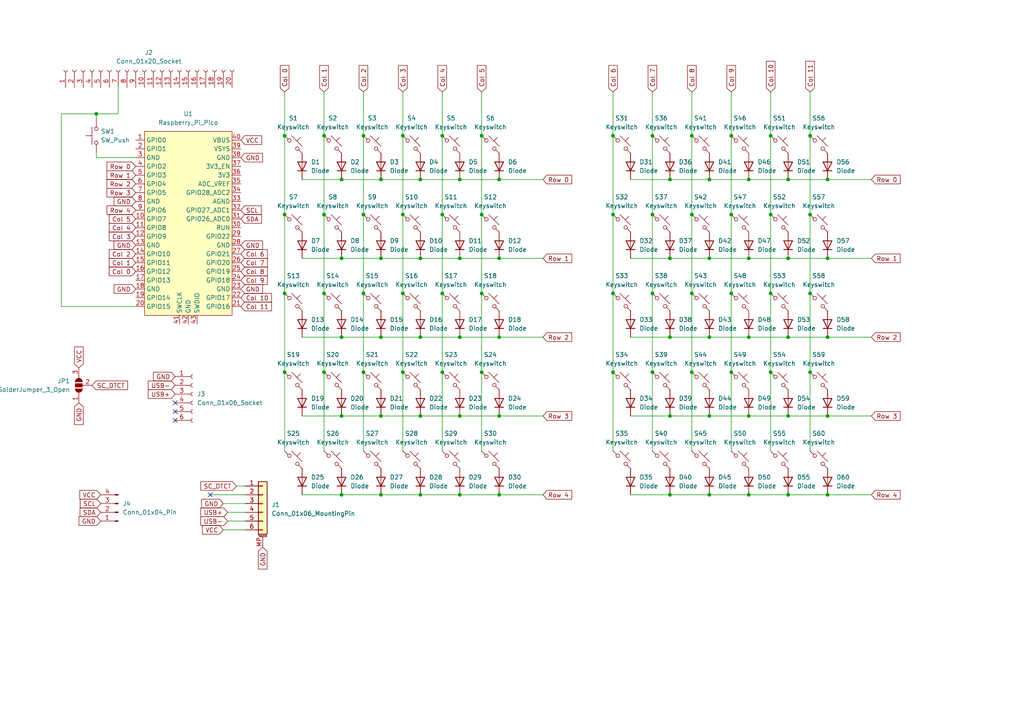
<source format=kicad_sch>
(kicad_sch (version 20230121) (generator eeschema)
  (paper "A4")
  (junction (at 205.74 120.65))
  (junction (at 133.35 143.51))
  (junction (at 212.09 39.37))
  (junction (at 234.95 107.95))
  (junction (at 82.55 107.95))
  (junction (at 240.03 97.79))
  (junction (at 121.92 120.65))
  (junction (at 128.27 62.23))
  (junction (at 217.17 143.51))
  (junction (at 116.84 85.09))
  (junction (at 189.23 107.95))
  (junction (at 139.7 62.23))
  (junction (at 116.84 107.95))
  (junction (at 240.03 143.51))
  (junction (at 99.06 120.65))
  (junction (at 189.23 85.09))
  (junction (at 121.92 143.51))
  (junction (at 194.31 52.07))
  (junction (at 228.6 74.93))
  (junction (at 82.55 85.09))
  (junction (at 133.35 97.79))
  (junction (at 234.95 85.09))
  (junction (at 212.09 62.23))
  (junction (at 234.95 39.37))
  (junction (at 110.49 97.79))
  (junction (at 240.03 120.65))
  (junction (at 110.49 52.07))
  (junction (at 223.52 39.37))
  (junction (at 27.94 33.02))
  (junction (at 189.23 39.37))
  (junction (at 194.31 74.93))
  (junction (at 82.55 62.23))
  (junction (at 93.98 62.23))
  (junction (at 133.35 120.65))
  (junction (at 144.78 143.51))
  (junction (at 228.6 120.65))
  (junction (at 228.6 143.51))
  (junction (at 217.17 52.07))
  (junction (at 105.41 62.23))
  (junction (at 177.8 62.23))
  (junction (at 105.41 39.37))
  (junction (at 194.31 120.65))
  (junction (at 144.78 120.65))
  (junction (at 99.06 52.07))
  (junction (at 144.78 52.07))
  (junction (at 177.8 107.95))
  (junction (at 133.35 52.07))
  (junction (at 217.17 74.93))
  (junction (at 116.84 39.37))
  (junction (at 200.66 85.09))
  (junction (at 121.92 74.93))
  (junction (at 240.03 74.93))
  (junction (at 223.52 107.95))
  (junction (at 223.52 62.23))
  (junction (at 93.98 107.95))
  (junction (at 93.98 39.37))
  (junction (at 139.7 107.95))
  (junction (at 139.7 85.09))
  (junction (at 200.66 107.95))
  (junction (at 217.17 97.79))
  (junction (at 194.31 143.51))
  (junction (at 144.78 74.93))
  (junction (at 110.49 120.65))
  (junction (at 205.74 97.79))
  (junction (at 228.6 52.07))
  (junction (at 234.95 62.23))
  (junction (at 212.09 107.95))
  (junction (at 200.66 62.23))
  (junction (at 110.49 74.93))
  (junction (at 121.92 97.79))
  (junction (at 217.17 120.65))
  (junction (at 121.92 52.07))
  (junction (at 128.27 85.09))
  (junction (at 212.09 85.09))
  (junction (at 93.98 85.09))
  (junction (at 177.8 39.37))
  (junction (at 228.6 97.79))
  (junction (at 110.49 143.51))
  (junction (at 99.06 74.93))
  (junction (at 99.06 143.51))
  (junction (at 99.06 97.79))
  (junction (at 128.27 107.95))
  (junction (at 139.7 39.37))
  (junction (at 128.27 39.37))
  (junction (at 177.8 85.09))
  (junction (at 144.78 97.79))
  (junction (at 105.41 85.09))
  (junction (at 240.03 52.07))
  (junction (at 205.74 74.93))
  (junction (at 116.84 62.23))
  (junction (at 223.52 85.09))
  (junction (at 200.66 39.37))
  (junction (at 205.74 143.51))
  (junction (at 194.31 97.79))
  (junction (at 205.74 52.07))
  (junction (at 82.55 39.37))
  (junction (at 189.23 62.23))
  (junction (at 133.35 74.93))
  (junction (at 105.41 107.95))
  (no_connect (at 50.8 119.38))
  (no_connect (at 60.96 143.51))
  (no_connect (at 50.8 116.84))
  (no_connect (at 50.8 121.92))
  (wire (pts (xy 189.23 39.37) (xy 189.23 62.23)))
  (wire (pts (xy 82.55 39.37) (xy 82.55 62.23)))
  (wire (pts (xy 133.35 143.51) (xy 144.78 143.51)))
  (wire (pts (xy 105.41 39.37) (xy 105.41 62.23)))
  (wire (pts (xy 116.84 85.09) (xy 116.84 107.95)))
  (wire (pts (xy 82.55 107.95) (xy 82.55 130.81)))
  (wire (pts (xy 110.49 97.79) (xy 121.92 97.79)))
  (wire (pts (xy 228.6 97.79) (xy 240.03 97.79)))
  (wire (pts (xy 116.84 62.23) (xy 116.84 85.09)))
  (wire (pts (xy 128.27 107.95) (xy 128.27 130.81)))
  (wire (pts (xy 144.78 52.07) (xy 157.48 52.07)))
  (wire (pts (xy 133.35 74.93) (xy 144.78 74.93)))
  (wire (pts (xy 234.95 39.37) (xy 234.95 62.23)))
  (wire (pts (xy 121.92 74.93) (xy 133.35 74.93)))
  (wire (pts (xy 116.84 26.67) (xy 116.84 39.37)))
  (wire (pts (xy 105.41 85.09) (xy 105.41 107.95)))
  (wire (pts (xy 93.98 107.95) (xy 93.98 130.81)))
  (wire (pts (xy 223.52 62.23) (xy 223.52 85.09)))
  (wire (pts (xy 189.23 62.23) (xy 189.23 85.09)))
  (wire (pts (xy 128.27 62.23) (xy 128.27 85.09)))
  (wire (pts (xy 133.35 97.79) (xy 144.78 97.79)))
  (wire (pts (xy 133.35 120.65) (xy 144.78 120.65)))
  (wire (pts (xy 228.6 120.65) (xy 240.03 120.65)))
  (wire (pts (xy 182.88 97.79) (xy 194.31 97.79)))
  (wire (pts (xy 128.27 26.67) (xy 128.27 39.37)))
  (wire (pts (xy 17.78 88.9) (xy 39.37 88.9)))
  (wire (pts (xy 189.23 107.95) (xy 189.23 130.81)))
  (wire (pts (xy 177.8 39.37) (xy 177.8 62.23)))
  (wire (pts (xy 68.58 140.97) (xy 71.12 140.97)))
  (wire (pts (xy 240.03 120.65) (xy 252.73 120.65)))
  (wire (pts (xy 177.8 26.67) (xy 177.8 39.37)))
  (wire (pts (xy 194.31 143.51) (xy 205.74 143.51)))
  (wire (pts (xy 27.94 33.02) (xy 34.29 33.02)))
  (wire (pts (xy 177.8 85.09) (xy 177.8 107.95)))
  (wire (pts (xy 200.66 62.23) (xy 200.66 85.09)))
  (wire (pts (xy 217.17 97.79) (xy 228.6 97.79)))
  (wire (pts (xy 217.17 74.93) (xy 228.6 74.93)))
  (wire (pts (xy 212.09 107.95) (xy 212.09 130.81)))
  (wire (pts (xy 182.88 143.51) (xy 194.31 143.51)))
  (wire (pts (xy 212.09 39.37) (xy 212.09 62.23)))
  (wire (pts (xy 99.06 52.07) (xy 110.49 52.07)))
  (wire (pts (xy 223.52 26.67) (xy 223.52 39.37)))
  (wire (pts (xy 121.92 120.65) (xy 133.35 120.65)))
  (wire (pts (xy 157.48 143.51) (xy 144.78 143.51)))
  (wire (pts (xy 217.17 52.07) (xy 228.6 52.07)))
  (wire (pts (xy 105.41 107.95) (xy 105.41 130.81)))
  (wire (pts (xy 200.66 39.37) (xy 200.66 62.23)))
  (wire (pts (xy 93.98 62.23) (xy 93.98 85.09)))
  (wire (pts (xy 93.98 85.09) (xy 93.98 107.95)))
  (wire (pts (xy 87.63 52.07) (xy 99.06 52.07)))
  (wire (pts (xy 139.7 26.67) (xy 139.7 39.37)))
  (wire (pts (xy 252.73 97.79) (xy 240.03 97.79)))
  (wire (pts (xy 66.04 151.13) (xy 71.12 151.13)))
  (wire (pts (xy 121.92 143.51) (xy 133.35 143.51)))
  (wire (pts (xy 87.63 97.79) (xy 99.06 97.79)))
  (wire (pts (xy 217.17 120.65) (xy 228.6 120.65)))
  (wire (pts (xy 200.66 26.67) (xy 200.66 39.37)))
  (wire (pts (xy 223.52 39.37) (xy 223.52 62.23)))
  (wire (pts (xy 64.77 146.05) (xy 71.12 146.05)))
  (wire (pts (xy 182.88 52.07) (xy 194.31 52.07)))
  (wire (pts (xy 139.7 85.09) (xy 139.7 107.95)))
  (wire (pts (xy 128.27 39.37) (xy 128.27 62.23)))
  (wire (pts (xy 110.49 120.65) (xy 121.92 120.65)))
  (wire (pts (xy 194.31 120.65) (xy 205.74 120.65)))
  (wire (pts (xy 234.95 62.23) (xy 234.95 85.09)))
  (wire (pts (xy 93.98 26.67) (xy 93.98 39.37)))
  (wire (pts (xy 99.06 143.51) (xy 110.49 143.51)))
  (wire (pts (xy 182.88 74.93) (xy 194.31 74.93)))
  (wire (pts (xy 223.52 107.95) (xy 223.52 130.81)))
  (wire (pts (xy 234.95 107.95) (xy 234.95 130.81)))
  (wire (pts (xy 139.7 62.23) (xy 139.7 85.09)))
  (wire (pts (xy 82.55 26.67) (xy 82.55 39.37)))
  (wire (pts (xy 105.41 26.67) (xy 105.41 39.37)))
  (wire (pts (xy 205.74 143.51) (xy 217.17 143.51)))
  (wire (pts (xy 157.48 97.79) (xy 144.78 97.79)))
  (wire (pts (xy 212.09 26.67) (xy 212.09 39.37)))
  (wire (pts (xy 87.63 120.65) (xy 99.06 120.65)))
  (wire (pts (xy 105.41 62.23) (xy 105.41 85.09)))
  (wire (pts (xy 228.6 74.93) (xy 240.03 74.93)))
  (wire (pts (xy 177.8 62.23) (xy 177.8 85.09)))
  (wire (pts (xy 205.74 120.65) (xy 217.17 120.65)))
  (wire (pts (xy 27.94 33.02) (xy 27.94 34.29)))
  (wire (pts (xy 205.74 74.93) (xy 217.17 74.93)))
  (wire (pts (xy 27.94 44.45) (xy 27.94 45.72)))
  (wire (pts (xy 87.63 143.51) (xy 99.06 143.51)))
  (wire (pts (xy 212.09 62.23) (xy 212.09 85.09)))
  (wire (pts (xy 223.52 85.09) (xy 223.52 107.95)))
  (wire (pts (xy 194.31 74.93) (xy 205.74 74.93)))
  (wire (pts (xy 133.35 52.07) (xy 144.78 52.07)))
  (wire (pts (xy 27.94 33.02) (xy 17.78 33.02)))
  (wire (pts (xy 87.63 74.93) (xy 99.06 74.93)))
  (wire (pts (xy 228.6 52.07) (xy 240.03 52.07)))
  (wire (pts (xy 139.7 39.37) (xy 139.7 62.23)))
  (wire (pts (xy 200.66 107.95) (xy 200.66 130.81)))
  (wire (pts (xy 144.78 120.65) (xy 157.48 120.65)))
  (wire (pts (xy 82.55 62.23) (xy 82.55 85.09)))
  (wire (pts (xy 252.73 143.51) (xy 240.03 143.51)))
  (wire (pts (xy 110.49 143.51) (xy 121.92 143.51)))
  (wire (pts (xy 99.06 74.93) (xy 110.49 74.93)))
  (wire (pts (xy 212.09 85.09) (xy 212.09 107.95)))
  (wire (pts (xy 99.06 97.79) (xy 110.49 97.79)))
  (wire (pts (xy 200.66 85.09) (xy 200.66 107.95)))
  (wire (pts (xy 60.96 143.51) (xy 71.12 143.51)))
  (wire (pts (xy 34.29 33.02) (xy 34.29 25.4)))
  (wire (pts (xy 144.78 74.93) (xy 157.48 74.93)))
  (wire (pts (xy 17.78 33.02) (xy 17.78 88.9)))
  (wire (pts (xy 205.74 97.79) (xy 217.17 97.79)))
  (wire (pts (xy 64.77 153.67) (xy 71.12 153.67)))
  (wire (pts (xy 139.7 107.95) (xy 139.7 130.81)))
  (wire (pts (xy 240.03 74.93) (xy 252.73 74.93)))
  (wire (pts (xy 128.27 85.09) (xy 128.27 107.95)))
  (wire (pts (xy 228.6 143.51) (xy 240.03 143.51)))
  (wire (pts (xy 110.49 74.93) (xy 121.92 74.93)))
  (wire (pts (xy 116.84 39.37) (xy 116.84 62.23)))
  (wire (pts (xy 110.49 52.07) (xy 121.92 52.07)))
  (wire (pts (xy 27.94 45.72) (xy 39.37 45.72)))
  (wire (pts (xy 194.31 52.07) (xy 205.74 52.07)))
  (wire (pts (xy 116.84 107.95) (xy 116.84 130.81)))
  (wire (pts (xy 93.98 39.37) (xy 93.98 62.23)))
  (wire (pts (xy 182.88 120.65) (xy 194.31 120.65)))
  (wire (pts (xy 177.8 107.95) (xy 177.8 130.81)))
  (wire (pts (xy 121.92 97.79) (xy 133.35 97.79)))
  (wire (pts (xy 240.03 52.07) (xy 252.73 52.07)))
  (wire (pts (xy 66.04 148.59) (xy 71.12 148.59)))
  (wire (pts (xy 234.95 26.67) (xy 234.95 39.37)))
  (wire (pts (xy 189.23 85.09) (xy 189.23 107.95)))
  (wire (pts (xy 217.17 143.51) (xy 228.6 143.51)))
  (wire (pts (xy 82.55 85.09) (xy 82.55 107.95)))
  (wire (pts (xy 99.06 120.65) (xy 110.49 120.65)))
  (wire (pts (xy 121.92 52.07) (xy 133.35 52.07)))
  (wire (pts (xy 189.23 26.67) (xy 189.23 39.37)))
  (wire (pts (xy 205.74 52.07) (xy 217.17 52.07)))
  (wire (pts (xy 234.95 85.09) (xy 234.95 107.95)))
  (wire (pts (xy 194.31 97.79) (xy 205.74 97.79)))
  (global_label "Row 4" (shape input) (at 39.37 60.96 180) (property "Intersheetrefs" "${INTERSHEET_REFS}" (effects hide)))
  (global_label "Col 1" (shape input) (at 93.98 26.67 90) (property "Intersheetrefs" "${INTERSHEET_REFS}" (effects hide)))
  (global_label "GND" (shape input) (at 64.77 146.05 180) (property "Intersheetrefs" "${INTERSHEET_REFS}" (effects hide)))
  (global_label "Col 4" (shape input) (at 128.27 26.67 90) (property "Intersheetrefs" "${INTERSHEET_REFS}" (effects hide)))
  (global_label "Col 0" (shape input) (at 39.37 78.74 180) (property "Intersheetrefs" "${INTERSHEET_REFS}" (effects hide)))
  (global_label "Row 2" (shape input) (at 39.37 53.34 180) (property "Intersheetrefs" "${INTERSHEET_REFS}" (effects hide)))
  (global_label "GND" (shape input) (at 69.85 71.12 0) (property "Intersheetrefs" "${INTERSHEET_REFS}" (effects hide)))
  (global_label "Row 3" (shape input) (at 39.37 55.88 180) (property "Intersheetrefs" "${INTERSHEET_REFS}" (effects hide)))
  (global_label "Row 1" (shape input) (at 252.73 74.93 0) (property "Intersheetrefs" "${INTERSHEET_REFS}" (effects hide)))
  (global_label "GND" (shape input) (at 39.37 71.12 180) (property "Intersheetrefs" "${INTERSHEET_REFS}" (effects hide)))
  (global_label "Row 4" (shape input) (at 157.48 143.51 0) (property "Intersheetrefs" "${INTERSHEET_REFS}" (effects hide)))
  (global_label "Col 9" (shape input) (at 69.85 81.28 0) (property "Intersheetrefs" "${INTERSHEET_REFS}" (effects hide)))
  (global_label "Row 1" (shape input) (at 39.37 50.8 180) (property "Intersheetrefs" "${INTERSHEET_REFS}" (effects hide)))
  (global_label "Row 0" (shape input) (at 39.37 48.26 180) (property "Intersheetrefs" "${INTERSHEET_REFS}" (effects hide)))
  (global_label "Col 1" (shape input) (at 39.37 76.2 180) (property "Intersheetrefs" "${INTERSHEET_REFS}" (effects hide)))
  (global_label "Row 2" (shape input) (at 157.48 97.79 0) (property "Intersheetrefs" "${INTERSHEET_REFS}" (effects hide)))
  (global_label "SC_DTCT" (shape input) (at 68.58 140.97 180) (property "Intersheetrefs" "${INTERSHEET_REFS}" (effects hide)))
  (global_label "Col 8" (shape input) (at 200.66 26.67 90) (property "Intersheetrefs" "${INTERSHEET_REFS}" (effects hide)))
  (global_label "Col 10" (shape input) (at 69.85 86.36 0) (property "Intersheetrefs" "${INTERSHEET_REFS}" (effects hide)))
  (global_label "Col 8" (shape input) (at 69.85 78.74 0) (property "Intersheetrefs" "${INTERSHEET_REFS}" (effects hide)))
  (global_label "USB-" (shape input) (at 50.8 111.76 180) (property "Intersheetrefs" "${INTERSHEET_REFS}" (effects hide)))
  (global_label "Col 6" (shape input) (at 177.8 26.67 90) (property "Intersheetrefs" "${INTERSHEET_REFS}" (effects hide)))
  (global_label "SC_DTCT" (shape input) (at 26.67 111.76 0) (property "Intersheetrefs" "${INTERSHEET_REFS}" (effects hide)))
  (global_label "GND" (shape input) (at 69.85 45.72 0) (property "Intersheetrefs" "${INTERSHEET_REFS}" (effects hide)))
  (global_label "VCC" (shape input) (at 69.85 40.64 0) (property "Intersheetrefs" "${INTERSHEET_REFS}" (effects hide)))
  (global_label "Row 3" (shape input) (at 157.48 120.65 0) (property "Intersheetrefs" "${INTERSHEET_REFS}" (effects hide)))
  (global_label "USB-" (shape input) (at 66.04 151.13 180) (property "Intersheetrefs" "${INTERSHEET_REFS}" (effects hide)))
  (global_label "GND" (shape input) (at 39.37 58.42 180) (property "Intersheetrefs" "${INTERSHEET_REFS}" (effects hide)))
  (global_label "GND" (shape input) (at 22.86 116.84 270) (property "Intersheetrefs" "${INTERSHEET_REFS}" (effects hide)))
  (global_label "Col 0" (shape input) (at 82.55 26.67 90) (property "Intersheetrefs" "${INTERSHEET_REFS}" (effects hide)))
  (global_label "Row 2" (shape input) (at 252.73 97.79 0) (property "Intersheetrefs" "${INTERSHEET_REFS}" (effects hide)))
  (global_label "GND" (shape input) (at 39.37 83.82 180) (property "Intersheetrefs" "${INTERSHEET_REFS}" (effects hide)))
  (global_label "Row 0" (shape input) (at 157.48 52.07 0) (property "Intersheetrefs" "${INTERSHEET_REFS}" (effects hide)))
  (global_label "GND" (shape input) (at 29.21 151.13 180) (property "Intersheetrefs" "${INTERSHEET_REFS}" (effects hide)))
  (global_label "Row 4" (shape input) (at 252.73 143.51 0) (property "Intersheetrefs" "${INTERSHEET_REFS}" (effects hide)))
  (global_label "Col 11" (shape input) (at 234.95 26.67 90) (property "Intersheetrefs" "${INTERSHEET_REFS}" (effects hide)))
  (global_label "Row 3" (shape input) (at 252.73 120.65 0) (property "Intersheetrefs" "${INTERSHEET_REFS}" (effects hide)))
  (global_label "Col 3" (shape input) (at 39.37 68.58 180) (property "Intersheetrefs" "${INTERSHEET_REFS}" (effects hide)))
  (global_label "VCC" (shape input) (at 29.21 143.51 180) (property "Intersheetrefs" "${INTERSHEET_REFS}" (effects hide)))
  (global_label "Col 7" (shape input) (at 69.85 76.2 0) (property "Intersheetrefs" "${INTERSHEET_REFS}" (effects hide)))
  (global_label "Col 2" (shape input) (at 105.41 26.67 90) (property "Intersheetrefs" "${INTERSHEET_REFS}" (effects hide)))
  (global_label "Row 0" (shape input) (at 252.73 52.07 0) (property "Intersheetrefs" "${INTERSHEET_REFS}" (effects hide)))
  (global_label "USB+" (shape input) (at 50.8 114.3 180) (property "Intersheetrefs" "${INTERSHEET_REFS}" (effects hide)))
  (global_label "Col 9" (shape input) (at 212.09 26.67 90) (property "Intersheetrefs" "${INTERSHEET_REFS}" (effects hide)))
  (global_label "SDA" (shape input) (at 69.85 63.5 0) (property "Intersheetrefs" "${INTERSHEET_REFS}" (effects hide)))
  (global_label "SCL" (shape input) (at 69.85 60.96 0) (property "Intersheetrefs" "${INTERSHEET_REFS}" (effects hide)))
  (global_label "VCC" (shape input) (at 64.77 153.67 180) (property "Intersheetrefs" "${INTERSHEET_REFS}" (effects hide)))
  (global_label "Col 6" (shape input) (at 69.85 73.66 0) (property "Intersheetrefs" "${INTERSHEET_REFS}" (effects hide)))
  (global_label "Col 7" (shape input) (at 189.23 26.67 90) (property "Intersheetrefs" "${INTERSHEET_REFS}" (effects hide)))
  (global_label "Col 2" (shape input) (at 39.37 73.66 180) (property "Intersheetrefs" "${INTERSHEET_REFS}" (effects hide)))
  (global_label "Col 10" (shape input) (at 223.52 26.67 90) (property "Intersheetrefs" "${INTERSHEET_REFS}" (effects hide)))
  (global_label "Col 3" (shape input) (at 116.84 26.67 90) (property "Intersheetrefs" "${INTERSHEET_REFS}" (effects hide)))
  (global_label "GND" (shape input) (at 69.85 83.82 0) (property "Intersheetrefs" "${INTERSHEET_REFS}" (effects hide)))
  (global_label "SDA" (shape input) (at 29.21 148.59 180) (property "Intersheetrefs" "${INTERSHEET_REFS}" (effects hide)))
  (global_label "Col 4" (shape input) (at 39.37 66.04 180) (property "Intersheetrefs" "${INTERSHEET_REFS}" (effects hide)))
  (global_label "VCC" (shape input) (at 22.86 106.68 90) (property "Intersheetrefs" "${INTERSHEET_REFS}" (effects hide)))
  (global_label "Row 1" (shape input) (at 157.48 74.93 0) (property "Intersheetrefs" "${INTERSHEET_REFS}" (effects hide)))
  (global_label "USB+" (shape input) (at 66.04 148.59 180) (property "Intersheetrefs" "${INTERSHEET_REFS}" (effects hide)))
  (global_label "Col 5" (shape input) (at 39.37 63.5 180) (property "Intersheetrefs" "${INTERSHEET_REFS}" (effects hide)))
  (global_label "Col 11" (shape input) (at 69.85 88.9 0) (property "Intersheetrefs" "${INTERSHEET_REFS}" (effects hide)))
  (global_label "SCL" (shape input) (at 29.21 146.05 180) (property "Intersheetrefs" "${INTERSHEET_REFS}" (effects hide)))
  (global_label "GND" (shape input) (at 76.2 158.75 270) (property "Intersheetrefs" "${INTERSHEET_REFS}" (effects hide)))
  (global_label "Col 5" (shape input) (at 139.7 26.67 90) (property "Intersheetrefs" "${INTERSHEET_REFS}" (effects hide)))
  (global_label "GND" (shape input) (at 50.8 109.22 180) (property "Intersheetrefs" "${INTERSHEET_REFS}" (effects hide)))
  (symbol (lib_id "ScottoKeebs:Placeholder_Diode") (at 110.49 71.12 90) (unit 1)
    (property "Reference" "D9" (at 113.03 69.85 90) (effects (justify right)))
    (property "Value" "Diode" (at 113.03 72.39 90) (effects (justify right)))
    (property "Footprint" "ScottoKeebs_Components:Diode_DO-35" (effects hide))
    (property "Sim.Device" "D" (effects hide))
    (property "Sim.Pins" "1=K 2=A" (effects hide))
  )
  (symbol (lib_id "ScottoKeebs:Placeholder_Keyswitch") (at 107.95 110.49 0) (unit 1)
    (property "Reference" "S21" (at 107.95 102.87 0))
    (property "Value" "Keyswitch" (at 107.95 105.41 0))
    (property "Footprint" "ScottoKeebs_Choc:Choc_Mini_1.00u" (effects hide))
  )
  (symbol (lib_id "ScottoKeebs:Placeholder_Keyswitch") (at 142.24 41.91 0) (unit 1)
    (property "Reference" "S6" (at 142.24 34.29 0))
    (property "Value" "Keyswitch" (at 142.24 36.83 0))
    (property "Footprint" "ScottoKeebs_Choc:Choc_Mini_1.00u" (effects hide))
  )
  (symbol (lib_id "ScottoKeebs:Placeholder_Keyswitch") (at 107.95 64.77 0) (unit 1)
    (property "Reference" "S9" (at 107.95 57.15 0))
    (property "Value" "Keyswitch" (at 107.95 59.69 0))
    (property "Footprint" "ScottoKeebs_Choc:Choc_Mini_1.00u" (effects hide))
  )
  (symbol (lib_id "Switch:SW_Push") (at 27.94 39.37 90) (unit 1)
    (property "Reference" "SW1" (at 29.21 38.1 90) (effects (justify right)))
    (property "Value" "SW_Push" (at 29.21 40.64 90) (effects (justify right)))
    (property "Footprint" "Button_Switch_THT:SW_PUSH-12mm" (effects hide))
  )
  (symbol (lib_id "ScottoKeebs:Placeholder_Keyswitch") (at 203.2 64.77 0) (unit 1)
    (property "Reference" "S42" (at 203.2 57.15 0))
    (property "Value" "Keyswitch" (at 203.2 59.69 0))
    (property "Footprint" "ScottoKeebs_Choc:Choc_Mini_1.00u" (effects hide))
  )
  (symbol (lib_id "Jumper:SolderJumper_3_Open") (at 22.86 111.76 90) (unit 1)
    (property "Reference" "JP1" (at 20.32 110.49 90) (effects (justify left)))
    (property "Value" "SolderJumper_3_Open" (at 20.32 113.03 90) (effects (justify left)))
    (property "Footprint" "Jumper:SolderJumper-3_P1.3mm_Open_Pad1.0x1.5mm_NumberLabels" (effects hide))
  )
  (symbol (lib_id "ScottoKeebs:Placeholder_Diode") (at 182.88 116.84 90) (unit 1)
    (property "Reference" "D34" (at 185.42 115.57 90) (effects (justify right)))
    (property "Value" "Diode" (at 185.42 118.11 90) (effects (justify right)))
    (property "Footprint" "ScottoKeebs_Components:Diode_DO-35" (effects hide))
    (property "Sim.Device" "D" (effects hide))
    (property "Sim.Pins" "1=K 2=A" (effects hide))
  )
  (symbol (lib_id "ScottoKeebs:Placeholder_Diode") (at 194.31 116.84 90) (unit 1)
    (property "Reference" "D39" (at 196.85 115.57 90) (effects (justify right)))
    (property "Value" "Diode" (at 196.85 118.11 90) (effects (justify right)))
    (property "Footprint" "ScottoKeebs_Components:Diode_DO-35" (effects hide))
    (property "Sim.Device" "D" (effects hide))
    (property "Sim.Pins" "1=K 2=A" (effects hide))
  )
  (symbol (lib_id "ScottoKeebs:Placeholder_Diode") (at 99.06 93.98 90) (unit 1)
    (property "Reference" "D14" (at 101.6 92.71 90) (effects (justify right)))
    (property "Value" "Diode" (at 101.6 95.25 90) (effects (justify right)))
    (property "Footprint" "ScottoKeebs_Components:Diode_DO-35" (effects hide))
    (property "Sim.Device" "D" (effects hide))
    (property "Sim.Pins" "1=K 2=A" (effects hide))
  )
  (symbol (lib_id "ScottoKeebs:Placeholder_Keyswitch") (at 191.77 133.35 0) (unit 1)
    (property "Reference" "S40" (at 191.77 125.73 0))
    (property "Value" "Keyswitch" (at 191.77 128.27 0))
    (property "Footprint" "ScottoKeebs_Choc:Choc_Mini_1.00u" (effects hide))
  )
  (symbol (lib_id "ScottoKeebs:Placeholder_Keyswitch") (at 214.63 133.35 0) (unit 1)
    (property "Reference" "S50" (at 214.63 125.73 0))
    (property "Value" "Keyswitch" (at 214.63 128.27 0))
    (property "Footprint" "ScottoKeebs_Choc:Choc_Mini_1.00u" (effects hide))
  )
  (symbol (lib_id "ScottoKeebs:Placeholder_Diode") (at 217.17 116.84 90) (unit 1)
    (property "Reference" "D49" (at 219.71 115.57 90) (effects (justify right)))
    (property "Value" "Diode" (at 219.71 118.11 90) (effects (justify right)))
    (property "Footprint" "ScottoKeebs_Components:Diode_DO-35" (effects hide))
    (property "Sim.Device" "D" (effects hide))
    (property "Sim.Pins" "1=K 2=A" (effects hide))
  )
  (symbol (lib_id "ScottoKeebs:Placeholder_Keyswitch") (at 96.52 87.63 0) (unit 1)
    (property "Reference" "S14" (at 96.52 80.01 0))
    (property "Value" "Keyswitch" (at 96.52 82.55 0))
    (property "Footprint" "ScottoKeebs_Choc:Choc_Mini_1.00u" (effects hide))
  )
  (symbol (lib_id "ScottoKeebs:Placeholder_Keyswitch") (at 191.77 87.63 0) (unit 1)
    (property "Reference" "S38" (at 191.77 80.01 0))
    (property "Value" "Keyswitch" (at 191.77 82.55 0))
    (property "Footprint" "ScottoKeebs_Choc:Choc_Mini_1.00u" (effects hide))
  )
  (symbol (lib_id "ScottoKeebs:Placeholder_Diode") (at 194.31 139.7 90) (unit 1)
    (property "Reference" "D40" (at 196.85 138.43 90) (effects (justify right)))
    (property "Value" "Diode" (at 196.85 140.97 90) (effects (justify right)))
    (property "Footprint" "ScottoKeebs_Components:Diode_DO-35" (effects hide))
    (property "Sim.Device" "D" (effects hide))
    (property "Sim.Pins" "1=K 2=A" (effects hide))
  )
  (symbol (lib_id "ScottoKeebs:Placeholder_Keyswitch") (at 119.38 133.35 0) (unit 1)
    (property "Reference" "S28" (at 119.38 125.73 0))
    (property "Value" "Keyswitch" (at 119.38 128.27 0))
    (property "Footprint" "ScottoKeebs_Choc:Choc_Mini_1.00u" (effects hide))
  )
  (symbol (lib_id "ScottoKeebs:Placeholder_Diode") (at 182.88 71.12 90) (unit 1)
    (property "Reference" "D32" (at 185.42 69.85 90) (effects (justify right)))
    (property "Value" "Diode" (at 185.42 72.39 90) (effects (justify right)))
    (property "Footprint" "ScottoKeebs_Components:Diode_DO-35" (effects hide))
    (property "Sim.Device" "D" (effects hide))
    (property "Sim.Pins" "1=K 2=A" (effects hide))
  )
  (symbol (lib_id "ScottoKeebs:Placeholder_Keyswitch") (at 203.2 133.35 0) (unit 1)
    (property "Reference" "S45" (at 203.2 125.73 0))
    (property "Value" "Keyswitch" (at 203.2 128.27 0))
    (property "Footprint" "ScottoKeebs_Choc:Choc_Mini_1.00u" (effects hide))
  )
  (symbol (lib_id "ScottoKeebs:Placeholder_Diode") (at 110.49 48.26 90) (unit 1)
    (property "Reference" "D3" (at 113.03 46.99 90) (effects (justify right)))
    (property "Value" "Diode" (at 113.03 49.53 90) (effects (justify right)))
    (property "Footprint" "ScottoKeebs_Components:Diode_DO-35" (effects hide))
    (property "Sim.Device" "D" (effects hide))
    (property "Sim.Pins" "1=K 2=A" (effects hide))
  )
  (symbol (lib_id "ScottoKeebs:Placeholder_Diode") (at 228.6 71.12 90) (unit 1)
    (property "Reference" "D52" (at 231.14 69.85 90) (effects (justify right)))
    (property "Value" "Diode" (at 231.14 72.39 90) (effects (justify right)))
    (property "Footprint" "ScottoKeebs_Components:Diode_DO-35" (effects hide))
    (property "Sim.Device" "D" (effects hide))
    (property "Sim.Pins" "1=K 2=A" (effects hide))
  )
  (symbol (lib_id "ScottoKeebs:Placeholder_Keyswitch") (at 180.34 64.77 0) (unit 1)
    (property "Reference" "S32" (at 180.34 57.15 0))
    (property "Value" "Keyswitch" (at 180.34 59.69 0))
    (property "Footprint" "ScottoKeebs_Choc:Choc_Mini_1.00u" (effects hide))
  )
  (symbol (lib_id "ScottoKeebs:Placeholder_Keyswitch") (at 203.2 41.91 0) (unit 1)
    (property "Reference" "S41" (at 203.2 34.29 0))
    (property "Value" "Keyswitch" (at 203.2 36.83 0))
    (property "Footprint" "ScottoKeebs_Choc:Choc_Mini_1.00u" (effects hide))
  )
  (symbol (lib_id "ScottoKeebs:Placeholder_Keyswitch") (at 180.34 41.91 0) (unit 1)
    (property "Reference" "S31" (at 180.34 34.29 0))
    (property "Value" "Keyswitch" (at 180.34 36.83 0))
    (property "Footprint" "ScottoKeebs_Choc:Choc_Mini_1.00u" (effects hide))
  )
  (symbol (lib_id "ScottoKeebs:Placeholder_Keyswitch") (at 130.81 87.63 0) (unit 1)
    (property "Reference" "S17" (at 130.81 80.01 0))
    (property "Value" "Keyswitch" (at 130.81 82.55 0))
    (property "Footprint" "ScottoKeebs_Choc:Choc_Mini_1.00u" (effects hide))
  )
  (symbol (lib_id "ScottoKeebs:Placeholder_Keyswitch") (at 130.81 110.49 0) (unit 1)
    (property "Reference" "S23" (at 130.81 102.87 0))
    (property "Value" "Keyswitch" (at 130.81 105.41 0))
    (property "Footprint" "ScottoKeebs_Choc:Choc_Mini_1.00u" (effects hide))
  )
  (symbol (lib_id "ScottoKeebs:Placeholder_Diode") (at 205.74 116.84 90) (unit 1)
    (property "Reference" "D44" (at 208.28 115.57 90) (effects (justify right)))
    (property "Value" "Diode" (at 208.28 118.11 90) (effects (justify right)))
    (property "Footprint" "ScottoKeebs_Components:Diode_DO-35" (effects hide))
    (property "Sim.Device" "D" (effects hide))
    (property "Sim.Pins" "1=K 2=A" (effects hide))
  )
  (symbol (lib_id "ScottoKeebs:Placeholder_Keyswitch") (at 107.95 87.63 0) (unit 1)
    (property "Reference" "S15" (at 107.95 80.01 0))
    (property "Value" "Keyswitch" (at 107.95 82.55 0))
    (property "Footprint" "ScottoKeebs_Choc:Choc_Mini_1.00u" (effects hide))
  )
  (symbol (lib_id "ScottoKeebs:Placeholder_Diode") (at 99.06 48.26 90) (unit 1)
    (property "Reference" "D2" (at 101.6 46.99 90) (effects (justify right)))
    (property "Value" "Diode" (at 101.6 49.53 90) (effects (justify right)))
    (property "Footprint" "ScottoKeebs_Components:Diode_DO-35" (effects hide))
    (property "Sim.Device" "D" (effects hide))
    (property "Sim.Pins" "1=K 2=A" (effects hide))
  )
  (symbol (lib_id "ScottoKeebs:Placeholder_Keyswitch") (at 130.81 41.91 0) (unit 1)
    (property "Reference" "S5" (at 130.81 34.29 0))
    (property "Value" "Keyswitch" (at 130.81 36.83 0))
    (property "Footprint" "ScottoKeebs_Choc:Choc_Mini_1.00u" (effects hide))
  )
  (symbol (lib_id "ScottoKeebs:Placeholder_Diode") (at 240.03 139.7 90) (unit 1)
    (property "Reference" "D60" (at 242.57 138.43 90) (effects (justify right)))
    (property "Value" "Diode" (at 242.57 140.97 90) (effects (justify right)))
    (property "Footprint" "ScottoKeebs_Components:Diode_DO-35" (effects hide))
    (property "Sim.Device" "D" (effects hide))
    (property "Sim.Pins" "1=K 2=A" (effects hide))
  )
  (symbol (lib_id "ScottoKeebs:Placeholder_Keyswitch") (at 214.63 110.49 0) (unit 1)
    (property "Reference" "S49" (at 214.63 102.87 0))
    (property "Value" "Keyswitch" (at 214.63 105.41 0))
    (property "Footprint" "ScottoKeebs_Choc:Choc_Mini_1.00u" (effects hide))
  )
  (symbol (lib_id "ScottoKeebs:Placeholder_Keyswitch") (at 96.52 110.49 0) (unit 1)
    (property "Reference" "S20" (at 96.52 102.87 0))
    (property "Value" "Keyswitch" (at 96.52 105.41 0))
    (property "Footprint" "ScottoKeebs_Choc:Choc_Mini_1.00u" (effects hide))
  )
  (symbol (lib_id "ScottoKeebs:Placeholder_Keyswitch") (at 119.38 41.91 0) (unit 1)
    (property "Reference" "S4" (at 119.38 34.29 0))
    (property "Value" "Keyswitch" (at 119.38 36.83 0))
    (property "Footprint" "ScottoKeebs_Choc:Choc_Mini_1.00u" (effects hide))
  )
  (symbol (lib_id "ScottoKeebs:Placeholder_Diode") (at 133.35 116.84 90) (unit 1)
    (property "Reference" "D23" (at 135.89 115.57 90) (effects (justify right)))
    (property "Value" "Diode" (at 135.89 118.11 90) (effects (justify right)))
    (property "Footprint" "ScottoKeebs_Components:Diode_DO-35" (effects hide))
    (property "Sim.Device" "D" (effects hide))
    (property "Sim.Pins" "1=K 2=A" (effects hide))
  )
  (symbol (lib_id "ScottoKeebs:Placeholder_Keyswitch") (at 237.49 41.91 0) (unit 1)
    (property "Reference" "S56" (at 237.49 34.29 0))
    (property "Value" "Keyswitch" (at 237.49 36.83 0))
    (property "Footprint" "ScottoKeebs_Choc:Choc_Mini_1.00u" (effects hide))
  )
  (symbol (lib_id "ScottoKeebs:Placeholder_Diode") (at 121.92 139.7 90) (unit 1)
    (property "Reference" "D28" (at 124.46 138.43 90) (effects (justify right)))
    (property "Value" "Diode" (at 124.46 140.97 90) (effects (justify right)))
    (property "Footprint" "ScottoKeebs_Components:Diode_DO-35" (effects hide))
    (property "Sim.Device" "D" (effects hide))
    (property "Sim.Pins" "1=K 2=A" (effects hide))
  )
  (symbol (lib_id "Connector_Generic_MountingPin:Conn_01x06_MountingPin") (at 76.2 146.05 0) (unit 1)
    (property "Reference" "J1" (at 78.74 146.4056 0) (effects (justify left)))
    (property "Value" "Conn_01x06_MountingPin" (at 78.74 148.9456 0) (effects (justify left)))
    (property "Footprint" "thinkpad-keyboard:FPC_6" (effects hide))
  )
  (symbol (lib_id "ScottoKeebs:Placeholder_Diode") (at 121.92 116.84 90) (unit 1)
    (property "Reference" "D22" (at 124.46 115.57 90) (effects (justify right)))
    (property "Value" "Diode" (at 124.46 118.11 90) (effects (justify right)))
    (property "Footprint" "ScottoKeebs_Components:Diode_DO-35" (effects hide))
    (property "Sim.Device" "D" (effects hide))
    (property "Sim.Pins" "1=K 2=A" (effects hide))
  )
  (symbol (lib_id "ScottoKeebs:Placeholder_Diode") (at 240.03 116.84 90) (unit 1)
    (property "Reference" "D59" (at 242.57 115.57 90) (effects (justify right)))
    (property "Value" "Diode" (at 242.57 118.11 90) (effects (justify right)))
    (property "Footprint" "ScottoKeebs_Components:Diode_DO-35" (effects hide))
    (property "Sim.Device" "D" (effects hide))
    (property "Sim.Pins" "1=K 2=A" (effects hide))
  )
  (symbol (lib_id "ScottoKeebs:Placeholder_Diode") (at 144.78 93.98 90) (unit 1)
    (property "Reference" "D18" (at 147.32 92.71 90) (effects (justify right)))
    (property "Value" "Diode" (at 147.32 95.25 90) (effects (justify right)))
    (property "Footprint" "ScottoKeebs_Components:Diode_DO-35" (effects hide))
    (property "Sim.Device" "D" (effects hide))
    (property "Sim.Pins" "1=K 2=A" (effects hide))
  )
  (symbol (lib_id "ScottoKeebs:Placeholder_Keyswitch") (at 226.06 110.49 0) (unit 1)
    (property "Reference" "S54" (at 226.06 102.87 0))
    (property "Value" "Keyswitch" (at 226.06 105.41 0))
    (property "Footprint" "ScottoKeebs_Choc:Choc_Mini_1.00u" (effects hide))
  )
  (symbol (lib_id "ScottoKeebs:Placeholder_Keyswitch") (at 237.49 133.35 0) (unit 1)
    (property "Reference" "S60" (at 237.49 125.73 0))
    (property "Value" "Keyswitch" (at 237.49 128.27 0))
    (property "Footprint" "ScottoKeebs_Choc:Choc_Mini_1.00u" (effects hide))
  )
  (symbol (lib_id "ScottoKeebs:MCU_Raspberry_Pi_Pico") (at 54.61 64.77 0) (unit 1)
    (property "Reference" "U1" (at 54.61 33.02 0))
    (property "Value" "Raspberry_Pi_Pico" (at 54.61 35.56 0))
    (property "Footprint" "ScottoKeebs_MCU:Raspberry_Pi_Pico" (effects hide))
  )
  (symbol (lib_id "ScottoKeebs:Placeholder_Diode") (at 99.06 116.84 90) (unit 1)
    (property "Reference" "D20" (at 101.6 115.57 90) (effects (justify right)))
    (property "Value" "Diode" (at 101.6 118.11 90) (effects (justify right)))
    (property "Footprint" "ScottoKeebs_Components:Diode_DO-35" (effects hide))
    (property "Sim.Device" "D" (effects hide))
    (property "Sim.Pins" "1=K 2=A" (effects hide))
  )
  (symbol (lib_id "ScottoKeebs:Placeholder_Keyswitch") (at 119.38 87.63 0) (unit 1)
    (property "Reference" "S16" (at 119.38 80.01 0))
    (property "Value" "Keyswitch" (at 119.38 82.55 0))
    (property "Footprint" "ScottoKeebs_Choc:Choc_Mini_1.00u" (effects hide))
  )
  (symbol (lib_id "ScottoKeebs:Placeholder_Keyswitch") (at 226.06 41.91 0) (unit 1)
    (property "Reference" "S51" (at 226.06 34.29 0))
    (property "Value" "Keyswitch" (at 226.06 36.83 0))
    (property "Footprint" "ScottoKeebs_Choc:Choc_Mini_1.00u" (effects hide))
  )
  (symbol (lib_id "ScottoKeebs:Placeholder_Keyswitch") (at 142.24 110.49 0) (unit 1)
    (property "Reference" "S24" (at 142.24 102.87 0))
    (property "Value" "Keyswitch" (at 142.24 105.41 0))
    (property "Footprint" "ScottoKeebs_Choc:Choc_Mini_1.00u" (effects hide))
  )
  (symbol (lib_id "ScottoKeebs:Placeholder_Keyswitch") (at 191.77 64.77 0) (unit 1)
    (property "Reference" "S37" (at 191.77 57.15 0))
    (property "Value" "Keyswitch" (at 191.77 59.69 0))
    (property "Footprint" "ScottoKeebs_Choc:Choc_Mini_1.00u" (effects hide))
  )
  (symbol (lib_id "ScottoKeebs:Placeholder_Keyswitch") (at 119.38 110.49 0) (unit 1)
    (property "Reference" "S22" (at 119.38 102.87 0))
    (property "Value" "Keyswitch" (at 119.38 105.41 0))
    (property "Footprint" "ScottoKeebs_Choc:Choc_Mini_1.00u" (effects hide))
  )
  (symbol (lib_id "ScottoKeebs:Placeholder_Keyswitch") (at 142.24 64.77 0) (unit 1)
    (property "Reference" "S12" (at 142.24 57.15 0))
    (property "Value" "Keyswitch" (at 142.24 59.69 0))
    (property "Footprint" "ScottoKeebs_Choc:Choc_Mini_1.00u" (effects hide))
  )
  (symbol (lib_id "ScottoKeebs:Placeholder_Diode") (at 240.03 93.98 90) (unit 1)
    (property "Reference" "D58" (at 242.57 92.71 90) (effects (justify right)))
    (property "Value" "Diode" (at 242.57 95.25 90) (effects (justify right)))
    (property "Footprint" "ScottoKeebs_Components:Diode_DO-35" (effects hide))
    (property "Sim.Device" "D" (effects hide))
    (property "Sim.Pins" "1=K 2=A" (effects hide))
  )
  (symbol (lib_id "ScottoKeebs:Placeholder_Keyswitch") (at 85.09 87.63 0) (unit 1)
    (property "Reference" "S13" (at 85.09 80.01 0))
    (property "Value" "Keyswitch" (at 85.09 82.55 0))
    (property "Footprint" "ScottoKeebs_Choc:Choc_Mini_1.00u" (effects hide))
  )
  (symbol (lib_id "ScottoKeebs:Placeholder_Diode") (at 228.6 139.7 90) (unit 1)
    (property "Reference" "D55" (at 231.14 138.43 90) (effects (justify right)))
    (property "Value" "Diode" (at 231.14 140.97 90) (effects (justify right)))
    (property "Footprint" "ScottoKeebs_Components:Diode_DO-35" (effects hide))
    (property "Sim.Device" "D" (effects hide))
    (property "Sim.Pins" "1=K 2=A" (effects hide))
  )
  (symbol (lib_id "ScottoKeebs:Placeholder_Diode") (at 217.17 71.12 90) (unit 1)
    (property "Reference" "D47" (at 219.71 69.85 90) (effects (justify right)))
    (property "Value" "Diode" (at 219.71 72.39 90) (effects (justify right)))
    (property "Footprint" "ScottoKeebs_Components:Diode_DO-35" (effects hide))
    (property "Sim.Device" "D" (effects hide))
    (property "Sim.Pins" "1=K 2=A" (effects hide))
  )
  (symbol (lib_id "ScottoKeebs:Placeholder_Keyswitch") (at 107.95 133.35 0) (unit 1)
    (property "Reference" "S27" (at 107.95 125.73 0))
    (property "Value" "Keyswitch" (at 107.95 128.27 0))
    (property "Footprint" "ScottoKeebs_Choc:Choc_Mini_1.00u" (effects hide))
  )
  (symbol (lib_id "ScottoKeebs:Placeholder_Keyswitch") (at 226.06 87.63 0) (unit 1)
    (property "Reference" "S53" (at 226.06 80.01 0))
    (property "Value" "Keyswitch" (at 226.06 82.55 0))
    (property "Footprint" "ScottoKeebs_Choc:Choc_Mini_1.00u" (effects hide))
  )
  (symbol (lib_id "ScottoKeebs:Placeholder_Keyswitch") (at 237.49 110.49 0) (unit 1)
    (property "Reference" "S59" (at 237.49 102.87 0))
    (property "Value" "Keyswitch" (at 237.49 105.41 0))
    (property "Footprint" "ScottoKeebs_Choc:Choc_Mini_1.00u" (effects hide))
  )
  (symbol (lib_id "ScottoKeebs:Placeholder_Diode") (at 121.92 93.98 90) (unit 1)
    (property "Reference" "D16" (at 124.46 92.71 90) (effects (justify right)))
    (property "Value" "Diode" (at 124.46 95.25 90) (effects (justify right)))
    (property "Footprint" "ScottoKeebs_Components:Diode_DO-35" (effects hide))
    (property "Sim.Device" "D" (effects hide))
    (property "Sim.Pins" "1=K 2=A" (effects hide))
  )
  (symbol (lib_id "ScottoKeebs:Placeholder_Diode") (at 133.35 139.7 90) (unit 1)
    (property "Reference" "D29" (at 135.89 138.43 90) (effects (justify right)))
    (property "Value" "Diode" (at 135.89 140.97 90) (effects (justify right)))
    (property "Footprint" "ScottoKeebs_Components:Diode_DO-35" (effects hide))
    (property "Sim.Device" "D" (effects hide))
    (property "Sim.Pins" "1=K 2=A" (effects hide))
  )
  (symbol (lib_id "ScottoKeebs:Placeholder_Keyswitch") (at 191.77 110.49 0) (unit 1)
    (property "Reference" "S39" (at 191.77 102.87 0))
    (property "Value" "Keyswitch" (at 191.77 105.41 0))
    (property "Footprint" "ScottoKeebs_Choc:Choc_Mini_1.00u" (effects hide))
  )
  (symbol (lib_id "ScottoKeebs:Placeholder_Diode") (at 182.88 48.26 90) (unit 1)
    (property "Reference" "D31" (at 185.42 46.99 90) (effects (justify right)))
    (property "Value" "Diode" (at 185.42 49.53 90) (effects (justify right)))
    (property "Footprint" "ScottoKeebs_Components:Diode_DO-35" (effects hide))
    (property "Sim.Device" "D" (effects hide))
    (property "Sim.Pins" "1=K 2=A" (effects hide))
  )
  (symbol (lib_id "ScottoKeebs:Placeholder_Diode") (at 205.74 93.98 90) (unit 1)
    (property "Reference" "D43" (at 208.28 92.71 90) (effects (justify right)))
    (property "Value" "Diode" (at 208.28 95.25 90) (effects (justify right)))
    (property "Footprint" "ScottoKeebs_Components:Diode_DO-35" (effects hide))
    (property "Sim.Device" "D" (effects hide))
    (property "Sim.Pins" "1=K 2=A" (effects hide))
  )
  (symbol (lib_id "ScottoKeebs:Placeholder_Diode") (at 121.92 48.26 90) (unit 1)
    (property "Reference" "D4" (at 124.46 46.99 90) (effects (justify right)))
    (property "Value" "Diode" (at 124.46 49.53 90) (effects (justify right)))
    (property "Footprint" "ScottoKeebs_Components:Diode_DO-35" (effects hide))
    (property "Sim.Device" "D" (effects hide))
    (property "Sim.Pins" "1=K 2=A" (effects hide))
  )
  (symbol (lib_id "ScottoKeebs:Placeholder_Diode") (at 205.74 139.7 90) (unit 1)
    (property "Reference" "D45" (at 208.28 138.43 90) (effects (justify right)))
    (property "Value" "Diode" (at 208.28 140.97 90) (effects (justify right)))
    (property "Footprint" "ScottoKeebs_Components:Diode_DO-35" (effects hide))
    (property "Sim.Device" "D" (effects hide))
    (property "Sim.Pins" "1=K 2=A" (effects hide))
  )
  (symbol (lib_id "ScottoKeebs:Placeholder_Diode") (at 133.35 93.98 90) (unit 1)
    (property "Reference" "D17" (at 135.89 92.71 90) (effects (justify right)))
    (property "Value" "Diode" (at 135.89 95.25 90) (effects (justify right)))
    (property "Footprint" "ScottoKeebs_Components:Diode_DO-35" (effects hide))
    (property "Sim.Device" "D" (effects hide))
    (property "Sim.Pins" "1=K 2=A" (effects hide))
  )
  (symbol (lib_id "ScottoKeebs:Placeholder_Keyswitch") (at 203.2 110.49 0) (unit 1)
    (property "Reference" "S44" (at 203.2 102.87 0))
    (property "Value" "Keyswitch" (at 203.2 105.41 0))
    (property "Footprint" "ScottoKeebs_Choc:Choc_Mini_1.00u" (effects hide))
  )
  (symbol (lib_id "ScottoKeebs:Placeholder_Keyswitch") (at 85.09 133.35 0) (unit 1)
    (property "Reference" "S25" (at 85.09 125.73 0))
    (property "Value" "Keyswitch" (at 85.09 128.27 0))
    (property "Footprint" "ScottoKeebs_Choc:Choc_Mini_1.00u" (effects hide))
  )
  (symbol (lib_id "ScottoKeebs:Placeholder_Diode") (at 228.6 48.26 90) (unit 1)
    (property "Reference" "D51" (at 231.14 46.99 90) (effects (justify right)))
    (property "Value" "Diode" (at 231.14 49.53 90) (effects (justify right)))
    (property "Footprint" "ScottoKeebs_Components:Diode_DO-35" (effects hide))
    (property "Sim.Device" "D" (effects hide))
    (property "Sim.Pins" "1=K 2=A" (effects hide))
  )
  (symbol (lib_id "ScottoKeebs:Placeholder_Diode") (at 133.35 48.26 90) (unit 1)
    (property "Reference" "D5" (at 135.89 46.99 90) (effects (justify right)))
    (property "Value" "Diode" (at 135.89 49.53 90) (effects (justify right)))
    (property "Footprint" "ScottoKeebs_Components:Diode_DO-35" (effects hide))
    (property "Sim.Device" "D" (effects hide))
    (property "Sim.Pins" "1=K 2=A" (effects hide))
  )
  (symbol (lib_id "ScottoKeebs:Placeholder_Keyswitch") (at 85.09 64.77 0) (unit 1)
    (property "Reference" "S7" (at 85.09 57.15 0))
    (property "Value" "Keyswitch" (at 85.09 59.69 0))
    (property "Footprint" "ScottoKeebs_Choc:Choc_Mini_1.00u" (effects hide))
  )
  (symbol (lib_id "ScottoKeebs:Placeholder_Diode") (at 194.31 48.26 90) (unit 1)
    (property "Reference" "D36" (at 196.85 46.99 90) (effects (justify right)))
    (property "Value" "Diode" (at 196.85 49.53 90) (effects (justify right)))
    (property "Footprint" "ScottoKeebs_Components:Diode_DO-35" (effects hide))
    (property "Sim.Device" "D" (effects hide))
    (property "Sim.Pins" "1=K 2=A" (effects hide))
  )
  (symbol (lib_id "ScottoKeebs:Placeholder_Keyswitch") (at 203.2 87.63 0) (unit 1)
    (property "Reference" "S43" (at 203.2 80.01 0))
    (property "Value" "Keyswitch" (at 203.2 82.55 0))
    (property "Footprint" "ScottoKeebs_Choc:Choc_Mini_1.00u" (effects hide))
  )
  (symbol (lib_id "ScottoKeebs:Placeholder_Diode") (at 205.74 48.26 90) (unit 1)
    (property "Reference" "D41" (at 208.28 46.99 90) (effects (justify right)))
    (property "Value" "Diode" (at 208.28 49.53 90) (effects (justify right)))
    (property "Footprint" "ScottoKeebs_Components:Diode_DO-35" (effects hide))
    (property "Sim.Device" "D" (effects hide))
    (property "Sim.Pins" "1=K 2=A" (effects hide))
  )
  (symbol (lib_id "ScottoKeebs:Placeholder_Diode") (at 240.03 71.12 90) (unit 1)
    (property "Reference" "D57" (at 242.57 69.85 90) (effects (justify right)))
    (property "Value" "Diode" (at 242.57 72.39 90) (effects (justify right)))
    (property "Footprint" "ScottoKeebs_Components:Diode_DO-35" (effects hide))
    (property "Sim.Device" "D" (effects hide))
    (property "Sim.Pins" "1=K 2=A" (effects hide))
  )
  (symbol (lib_id "ScottoKeebs:Placeholder_Keyswitch") (at 180.34 133.35 0) (unit 1)
    (property "Reference" "S35" (at 180.34 125.73 0))
    (property "Value" "Keyswitch" (at 180.34 128.27 0))
    (property "Footprint" "ScottoKeebs_Choc:Choc_Mini_1.00u" (effects hide))
  )
  (symbol (lib_id "ScottoKeebs:Placeholder_Diode") (at 228.6 93.98 90) (unit 1)
    (property "Reference" "D53" (at 231.14 92.71 90) (effects (justify right)))
    (property "Value" "Diode" (at 231.14 95.25 90) (effects (justify right)))
    (property "Footprint" "ScottoKeebs_Components:Diode_DO-35" (effects hide))
    (property "Sim.Device" "D" (effects hide))
    (property "Sim.Pins" "1=K 2=A" (effects hide))
  )
  (symbol (lib_id "ScottoKeebs:Placeholder_Diode") (at 194.31 71.12 90) (unit 1)
    (property "Reference" "D37" (at 196.85 69.85 90) (effects (justify right)))
    (property "Value" "Diode" (at 196.85 72.39 90) (effects (justify right)))
    (property "Footprint" "ScottoKeebs_Components:Diode_DO-35" (effects hide))
    (property "Sim.Device" "D" (effects hide))
    (property "Sim.Pins" "1=K 2=A" (effects hide))
  )
  (symbol (lib_id "ScottoKeebs:Placeholder_Keyswitch") (at 130.81 133.35 0) (unit 1)
    (property "Reference" "S29" (at 130.81 125.73 0))
    (property "Value" "Keyswitch" (at 130.81 128.27 0))
    (property "Footprint" "ScottoKeebs_Choc:Choc_Mini_1.00u" (effects hide))
  )
  (symbol (lib_id "ScottoKeebs:Placeholder_Keyswitch") (at 191.77 41.91 0) (unit 1)
    (property "Reference" "S36" (at 191.77 34.29 0))
    (property "Value" "Keyswitch" (at 191.77 36.83 0))
    (property "Footprint" "ScottoKeebs_Choc:Choc_Mini_1.00u" (effects hide))
  )
  (symbol (lib_id "ScottoKeebs:Placeholder_Diode") (at 144.78 71.12 90) (unit 1)
    (property "Reference" "D12" (at 147.32 69.85 90) (effects (justify right)))
    (property "Value" "Diode" (at 147.32 72.39 90) (effects (justify right)))
    (property "Footprint" "ScottoKeebs_Components:Diode_DO-35" (effects hide))
    (property "Sim.Device" "D" (effects hide))
    (property "Sim.Pins" "1=K 2=A" (effects hide))
  )
  (symbol (lib_id "Connector:Conn_01x04_Pin") (at 34.29 148.59 180) (unit 1)
    (property "Reference" "J4" (at 35.56 146.05 0) (effects (justify right)))
    (property "Value" "Conn_01x04_Pin" (at 35.56 148.59 0) (effects (justify right)))
    (property "Footprint" "Connector_PinHeader_2.54mm:PinHeader_1x04_P2.54mm_Vertical" (effects hide))
  )
  (symbol (lib_id "ScottoKeebs:Placeholder_Diode") (at 217.17 93.98 90) (unit 1)
    (property "Reference" "D48" (at 219.71 92.71 90) (effects (justify right)))
    (property "Value" "Diode" (at 219.71 95.25 90) (effects (justify right)))
    (property "Footprint" "ScottoKeebs_Components:Diode_DO-35" (effects hide))
    (property "Sim.Device" "D" (effects hide))
    (property "Sim.Pins" "1=K 2=A" (effects hide))
  )
  (symbol (lib_id "ScottoKeebs:Placeholder_Diode") (at 87.63 93.98 90) (unit 1)
    (property "Reference" "D13" (at 90.17 92.71 90) (effects (justify right)))
    (property "Value" "Diode" (at 90.17 95.25 90) (effects (justify right)))
    (property "Footprint" "ScottoKeebs_Components:Diode_DO-35" (effects hide))
    (property "Sim.Device" "D" (effects hide))
    (property "Sim.Pins" "1=K 2=A" (effects hide))
  )
  (symbol (lib_id "ScottoKeebs:Placeholder_Keyswitch") (at 119.38 64.77 0) (unit 1)
    (property "Reference" "S10" (at 119.38 57.15 0))
    (property "Value" "Keyswitch" (at 119.38 59.69 0))
    (property "Footprint" "ScottoKeebs_Choc:Choc_Mini_1.00u" (effects hide))
  )
  (symbol (lib_id "ScottoKeebs:Placeholder_Diode") (at 205.74 71.12 90) (unit 1)
    (property "Reference" "D42" (at 208.28 69.85 90) (effects (justify right)))
    (property "Value" "Diode" (at 208.28 72.39 90) (effects (justify right)))
    (property "Footprint" "ScottoKeebs_Components:Diode_DO-35" (effects hide))
    (property "Sim.Device" "D" (effects hide))
    (property "Sim.Pins" "1=K 2=A" (effects hide))
  )
  (symbol (lib_id "ScottoKeebs:Placeholder_Keyswitch") (at 96.52 41.91 0) (unit 1)
    (property "Reference" "S2" (at 96.52 34.29 0))
    (property "Value" "Keyswitch" (at 96.52 36.83 0))
    (property "Footprint" "ScottoKeebs_Choc:Choc_Mini_1.00u" (effects hide))
  )
  (symbol (lib_id "ScottoKeebs:Placeholder_Keyswitch") (at 142.24 87.63 0) (unit 1)
    (property "Reference" "S18" (at 142.24 80.01 0))
    (property "Value" "Keyswitch" (at 142.24 82.55 0))
    (property "Footprint" "ScottoKeebs_Choc:Choc_Mini_1.00u" (effects hide))
  )
  (symbol (lib_id "ScottoKeebs:Placeholder_Diode") (at 110.49 93.98 90) (unit 1)
    (property "Reference" "D15" (at 113.03 92.71 90) (effects (justify right)))
    (property "Value" "Diode" (at 113.03 95.25 90) (effects (justify right)))
    (property "Footprint" "ScottoKeebs_Components:Diode_DO-35" (effects hide))
    (property "Sim.Device" "D" (effects hide))
    (property "Sim.Pins" "1=K 2=A" (effects hide))
  )
  (symbol (lib_id "ScottoKeebs:Placeholder_Diode") (at 144.78 48.26 90) (unit 1)
    (property "Reference" "D6" (at 147.32 46.99 90) (effects (justify right)))
    (property "Value" "Diode" (at 147.32 49.53 90) (effects (justify right)))
    (property "Footprint" "ScottoKeebs_Components:Diode_DO-35" (effects hide))
    (property "Sim.Device" "D" (effects hide))
    (property "Sim.Pins" "1=K 2=A" (effects hide))
  )
  (symbol (lib_id "ScottoKeebs:Placeholder_Diode") (at 87.63 116.84 90) (unit 1)
    (property "Reference" "D19" (at 90.17 115.57 90) (effects (justify right)))
    (property "Value" "Diode" (at 90.17 118.11 90) (effects (justify right)))
    (property "Footprint" "ScottoKeebs_Components:Diode_DO-35" (effects hide))
    (property "Sim.Device" "D" (effects hide))
    (property "Sim.Pins" "1=K 2=A" (effects hide))
  )
  (symbol (lib_id "ScottoKeebs:Placeholder_Keyswitch") (at 214.63 87.63 0) (unit 1)
    (property "Reference" "S48" (at 214.63 80.01 0))
    (property "Value" "Keyswitch" (at 214.63 82.55 0))
    (property "Footprint" "ScottoKeebs_Choc:Choc_Mini_1.00u" (effects hide))
  )
  (symbol (lib_id "ScottoKeebs:Placeholder_Keyswitch") (at 237.49 64.77 0) (unit 1)
    (property "Reference" "S57" (at 237.49 57.15 0))
    (property "Value" "Keyswitch" (at 237.49 59.69 0))
    (property "Footprint" "ScottoKeebs_Choc:Choc_Mini_1.00u" (effects hide))
  )
  (symbol (lib_id "ScottoKeebs:Placeholder_Keyswitch") (at 85.09 41.91 0) (unit 1)
    (property "Reference" "S1" (at 85.09 34.29 0))
    (property "Value" "Keyswitch" (at 85.09 36.83 0))
    (property "Footprint" "ScottoKeebs_Choc:Choc_Mini_1.00u" (effects hide))
  )
  (symbol (lib_id "ScottoKeebs:Placeholder_Diode") (at 99.06 71.12 90) (unit 1)
    (property "Reference" "D8" (at 101.6 69.85 90) (effects (justify right)))
    (property "Value" "Diode" (at 101.6 72.39 90) (effects (justify right)))
    (property "Footprint" "ScottoKeebs_Components:Diode_DO-35" (effects hide))
    (property "Sim.Device" "D" (effects hide))
    (property "Sim.Pins" "1=K 2=A" (effects hide))
  )
  (symbol (lib_id "Connector:Conn_01x20_Socket") (at 41.91 20.32 90) (unit 1)
    (property "Reference" "J2" (at 43.18 15.24 90))
    (property "Value" "Conn_01x20_Socket" (at 43.18 17.78 90))
    (property "Footprint" "thinkpad-keyboard:Thinkpad-keyboard-fpc" (effects hide))
  )
  (symbol (lib_id "ScottoKeebs:Placeholder_Keyswitch") (at 237.49 87.63 0) (unit 1)
    (property "Reference" "S58" (at 237.49 80.01 0))
    (property "Value" "Keyswitch" (at 237.49 82.55 0))
    (property "Footprint" "ScottoKeebs_Choc:Choc_Mini_1.00u" (effects hide))
  )
  (symbol (lib_id "ScottoKeebs:Placeholder_Keyswitch") (at 180.34 87.63 0) (unit 1)
    (property "Reference" "S33" (at 180.34 80.01 0))
    (property "Value" "Keyswitch" (at 180.34 82.55 0))
    (property "Footprint" "ScottoKeebs_Choc:Choc_Mini_1.00u" (effects hide))
  )
  (symbol (lib_id "ScottoKeebs:Placeholder_Keyswitch") (at 130.81 64.77 0) (unit 1)
    (property "Reference" "S11" (at 130.81 57.15 0))
    (property "Value" "Keyswitch" (at 130.81 59.69 0))
    (property "Footprint" "ScottoKeebs_Choc:Choc_Mini_1.00u" (effects hide))
  )
  (symbol (lib_id "ScottoKeebs:Placeholder_Diode") (at 99.06 139.7 90) (unit 1)
    (property "Reference" "D26" (at 101.6 138.43 90) (effects (justify right)))
    (property "Value" "Diode" (at 101.6 140.97 90) (effects (justify right)))
    (property "Footprint" "ScottoKeebs_Components:Diode_DO-35" (effects hide))
    (property "Sim.Device" "D" (effects hide))
    (property "Sim.Pins" "1=K 2=A" (effects hide))
  )
  (symbol (lib_id "ScottoKeebs:Placeholder_Diode") (at 228.6 116.84 90) (unit 1)
    (property "Reference" "D54" (at 231.14 115.57 90) (effects (justify right)))
    (property "Value" "Diode" (at 231.14 118.11 90) (effects (justify right)))
    (property "Footprint" "ScottoKeebs_Components:Diode_DO-35" (effects hide))
    (property "Sim.Device" "D" (effects hide))
    (property "Sim.Pins" "1=K 2=A" (effects hide))
  )
  (symbol (lib_id "ScottoKeebs:Placeholder_Diode") (at 110.49 139.7 90) (unit 1)
    (property "Reference" "D27" (at 113.03 138.43 90) (effects (justify right)))
    (property "Value" "Diode" (at 113.03 140.97 90) (effects (justify right)))
    (property "Footprint" "ScottoKeebs_Components:Diode_DO-35" (effects hide))
    (property "Sim.Device" "D" (effects hide))
    (property "Sim.Pins" "1=K 2=A" (effects hide))
  )
  (symbol (lib_id "ScottoKeebs:Placeholder_Keyswitch") (at 180.34 110.49 0) (unit 1)
    (property "Reference" "S34" (at 180.34 102.87 0))
    (property "Value" "Keyswitch" (at 180.34 105.41 0))
    (property "Footprint" "ScottoKeebs_Choc:Choc_Mini_1.00u" (effects hide))
  )
  (symbol (lib_id "ScottoKeebs:Placeholder_Keyswitch") (at 96.52 133.35 0) (unit 1)
    (property "Reference" "S26" (at 96.52 125.73 0))
    (property "Value" "Keyswitch" (at 96.52 128.27 0))
    (property "Footprint" "ScottoKeebs_Choc:Choc_Mini_1.00u" (effects hide))
  )
  (symbol (lib_id "ScottoKeebs:Placeholder_Diode") (at 194.31 93.98 90) (unit 1)
    (property "Reference" "D38" (at 196.85 92.71 90) (effects (justify right)))
    (property "Value" "Diode" (at 196.85 95.25 90) (effects (justify right)))
    (property "Footprint" "ScottoKeebs_Components:Diode_DO-35" (effects hide))
    (property "Sim.Device" "D" (effects hide))
    (property "Sim.Pins" "1=K 2=A" (effects hide))
  )
  (symbol (lib_id "ScottoKeebs:Placeholder_Diode") (at 144.78 139.7 90) (unit 1)
    (property "Reference" "D30" (at 147.32 138.43 90) (effects (justify right)))
    (property "Value" "Diode" (at 147.32 140.97 90) (effects (justify right)))
    (property "Footprint" "ScottoKeebs_Components:Diode_DO-35" (effects hide))
    (property "Sim.Device" "D" (effects hide))
    (property "Sim.Pins" "1=K 2=A" (effects hide))
  )
  (symbol (lib_id "ScottoKeebs:Placeholder_Diode") (at 87.63 48.26 90) (unit 1)
    (property "Reference" "D1" (at 90.17 46.99 90) (effects (justify right)))
    (property "Value" "Diode" (at 90.17 49.53 90) (effects (justify right)))
    (property "Footprint" "ScottoKeebs_Components:Diode_DO-35" (effects hide))
    (property "Sim.Device" "D" (effects hide))
    (property "Sim.Pins" "1=K 2=A" (effects hide))
  )
  (symbol (lib_id "ScottoKeebs:Placeholder_Keyswitch") (at 107.95 41.91 0) (unit 1)
    (property "Reference" "S3" (at 107.95 34.29 0))
    (property "Value" "Keyswitch" (at 107.95 36.83 0))
    (property "Footprint" "ScottoKeebs_Choc:Choc_Mini_1.00u" (effects hide))
  )
  (symbol (lib_id "ScottoKeebs:Placeholder_Diode") (at 217.17 139.7 90) (unit 1)
    (property "Reference" "D50" (at 219.71 138.43 90) (effects (justify right)))
    (property "Value" "Diode" (at 219.71 140.97 90) (effects (justify right)))
    (property "Footprint" "ScottoKeebs_Components:Diode_DO-35" (effects hide))
    (property "Sim.Device" "D" (effects hide))
    (property "Sim.Pins" "1=K 2=A" (effects hide))
  )
  (symbol (lib_id "ScottoKeebs:Placeholder_Keyswitch") (at 214.63 64.77 0) (unit 1)
    (property "Reference" "S47" (at 214.63 57.15 0))
    (property "Value" "Keyswitch" (at 214.63 59.69 0))
    (property "Footprint" "ScottoKeebs_Choc:Choc_Mini_1.00u" (effects hide))
  )
  (symbol (lib_id "ScottoKeebs:Placeholder_Diode") (at 121.92 71.12 90) (unit 1)
    (property "Reference" "D10" (at 124.46 69.85 90) (effects (justify right)))
    (property "Value" "Diode" (at 124.46 72.39 90) (effects (justify right)))
    (property "Footprint" "ScottoKeebs_Components:Diode_DO-35" (effects hide))
    (property "Sim.Device" "D" (effects hide))
    (property "Sim.Pins" "1=K 2=A" (effects hide))
  )
  (symbol (lib_id "ScottoKeebs:Placeholder_Diode") (at 182.88 93.98 90) (unit 1)
    (property "Reference" "D33" (at 185.42 92.71 90) (effects (justify right)))
    (property "Value" "Diode" (at 185.42 95.25 90) (effects (justify right)))
    (property "Footprint" "ScottoKeebs_Components:Diode_DO-35" (effects hide))
    (property "Sim.Device" "D" (effects hide))
    (property "Sim.Pins" "1=K 2=A" (effects hide))
  )
  (symbol (lib_id "ScottoKeebs:Placeholder_Diode") (at 182.88 139.7 90) (unit 1)
    (property "Reference" "D35" (at 185.42 138.43 90) (effects (justify right)))
    (property "Value" "Diode" (at 185.42 140.97 90) (effects (justify right)))
    (property "Footprint" "ScottoKeebs_Components:Diode_DO-35" (effects hide))
    (property "Sim.Device" "D" (effects hide))
    (property "Sim.Pins" "1=K 2=A" (effects hide))
  )
  (symbol (lib_id "ScottoKeebs:Placeholder_Diode") (at 110.49 116.84 90) (unit 1)
    (property "Reference" "D21" (at 113.03 115.57 90) (effects (justify right)))
    (property "Value" "Diode" (at 113.03 118.11 90) (effects (justify right)))
    (property "Footprint" "ScottoKeebs_Components:Diode_DO-35" (effects hide))
    (property "Sim.Device" "D" (effects hide))
    (property "Sim.Pins" "1=K 2=A" (effects hide))
  )
  (symbol (lib_id "ScottoKeebs:Placeholder_Diode") (at 133.35 71.12 90) (unit 1)
    (property "Reference" "D11" (at 135.89 69.85 90) (effects (justify right)))
    (property "Value" "Diode" (at 135.89 72.39 90) (effects (justify right)))
    (property "Footprint" "ScottoKeebs_Components:Diode_DO-35" (effects hide))
    (property "Sim.Device" "D" (effects hide))
    (property "Sim.Pins" "1=K 2=A" (effects hide))
  )
  (symbol (lib_id "ScottoKeebs:Placeholder_Keyswitch") (at 85.09 110.49 0) (unit 1)
    (property "Reference" "S19" (at 85.09 102.87 0))
    (property "Value" "Keyswitch" (at 85.09 105.41 0))
    (property "Footprint" "ScottoKeebs_Choc:Choc_Mini_1.00u" (effects hide))
  )
  (symbol (lib_id "ScottoKeebs:Placeholder_Keyswitch") (at 96.52 64.77 0) (unit 1)
    (property "Reference" "S8" (at 96.52 57.15 0))
    (property "Value" "Keyswitch" (at 96.52 59.69 0))
    (property "Footprint" "ScottoKeebs_Choc:Choc_Mini_1.00u" (effects hide))
  )
  (symbol (lib_id "ScottoKeebs:Placeholder_Diode") (at 87.63 139.7 90) (unit 1)
    (property "Reference" "D25" (at 90.17 138.43 90) (effects (justify right)))
    (property "Value" "Diode" (at 90.17 140.97 90) (effects (justify right)))
    (property "Footprint" "ScottoKeebs_Components:Diode_DO-35" (effects hide))
    (property "Sim.Device" "D" (effects hide))
    (property "Sim.Pins" "1=K 2=A" (effects hide))
  )
  (symbol (lib_id "ScottoKeebs:Placeholder_Diode") (at 217.17 48.26 90) (unit 1)
    (property "Reference" "D46" (at 219.71 46.99 90) (effects (justify right)))
    (property "Value" "Diode" (at 219.71 49.53 90) (effects (justify right)))
    (property "Footprint" "ScottoKeebs_Components:Diode_DO-35" (effects hide))
    (property "Sim.Device" "D" (effects hide))
    (property "Sim.Pins" "1=K 2=A" (effects hide))
  )
  (symbol (lib_id "ScottoKeebs:Placeholder_Keyswitch") (at 142.24 133.35 0) (unit 1)
    (property "Reference" "S30" (at 142.24 125.73 0))
    (property "Value" "Keyswitch" (at 142.24 128.27 0))
    (property "Footprint" "ScottoKeebs_Choc:Choc_Mini_1.00u" (effects hide))
  )
  (symbol (lib_id "ScottoKeebs:Placeholder_Keyswitch") (at 226.06 133.35 0) (unit 1)
    (property "Reference" "S55" (at 226.06 125.73 0))
    (property "Value" "Keyswitch" (at 226.06 128.27 0))
    (property "Footprint" "ScottoKeebs_Choc:Choc_Mini_1.00u" (effects hide))
  )
  (symbol (lib_id "ScottoKeebs:Placeholder_Diode") (at 240.03 48.26 90) (unit 1)
    (property "Reference" "D56" (at 242.57 46.99 90) (effects (justify right)))
    (property "Value" "Diode" (at 242.57 49.53 90) (effects (justify right)))
    (property "Footprint" "ScottoKeebs_Components:Diode_DO-35" (effects hide))
    (property "Sim.Device" "D" (effects hide))
    (property "Sim.Pins" "1=K 2=A" (effects hide))
  )
  (symbol (lib_id "ScottoKeebs:Placeholder_Diode") (at 87.63 71.12 90) (unit 1)
    (property "Reference" "D7" (at 90.17 69.85 90) (effects (justify right)))
    (property "Value" "Diode" (at 90.17 72.39 90) (effects (justify right)))
    (property "Footprint" "ScottoKeebs_Components:Diode_DO-35" (effects hide))
    (property "Sim.Device" "D" (effects hide))
    (property "Sim.Pins" "1=K 2=A" (effects hide))
  )
  (symbol (lib_id "ScottoKeebs:Placeholder_Keyswitch") (at 214.63 41.91 0) (unit 1)
    (property "Reference" "S46" (at 214.63 34.29 0))
    (property "Value" "Keyswitch" (at 214.63 36.83 0))
    (property "Footprint" "ScottoKeebs_Choc:Choc_Mini_1.00u" (effects hide))
  )
  (symbol (lib_id "Connector:Conn_01x06_Socket") (at 55.88 114.3 0) (unit 1)
    (property "Reference" "J3" (at 57.15 114.3 0) (effects (justify left)))
    (property "Value" "Conn_01x06_Socket" (at 57.15 116.84 0) (effects (justify left)))
    (property "Footprint" "thinkpad-keyboard:pi pico usb" (effects hide))
  )
  (symbol (lib_id "ScottoKeebs:Placeholder_Diode") (at 144.78 116.84 90) (unit 1)
    (property "Reference" "D24" (at 147.32 115.57 90) (effects (justify right)))
    (property "Value" "Diode" (at 147.32 118.11 90) (effects (justify right)))
    (property "Footprint" "ScottoKeebs_Components:Diode_DO-35" (effects hide))
    (property "Sim.Device" "D" (effects hide))
    (property "Sim.Pins" "1=K 2=A" (effects hide))
  )
  (symbol (lib_id "ScottoKeebs:Placeholder_Keyswitch") (at 226.06 64.77 0) (unit 1)
    (property "Reference" "S52" (at 226.06 57.15 0))
    (property "Value" "Keyswitch" (at 226.06 59.69 0))
    (property "Footprint" "ScottoKeebs_Choc:Choc_Mini_1.00u" (effects hide))
  )
)
</source>
